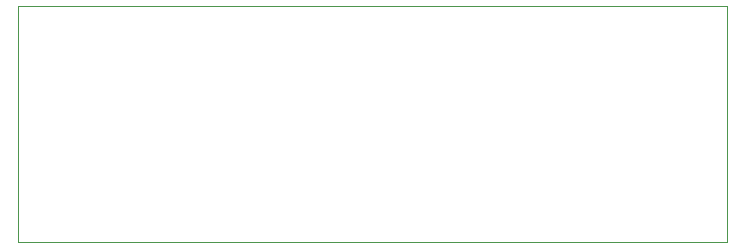
<source format=gbr>
%TF.GenerationSoftware,KiCad,Pcbnew,(5.1.6)-1*%
%TF.CreationDate,2020-12-19T18:50:18-05:00*%
%TF.ProjectId,driver_RGB,64726976-6572-45f5-9247-422e6b696361,rev?*%
%TF.SameCoordinates,Original*%
%TF.FileFunction,Profile,NP*%
%FSLAX46Y46*%
G04 Gerber Fmt 4.6, Leading zero omitted, Abs format (unit mm)*
G04 Created by KiCad (PCBNEW (5.1.6)-1) date 2020-12-19 18:50:18*
%MOMM*%
%LPD*%
G01*
G04 APERTURE LIST*
%TA.AperFunction,Profile*%
%ADD10C,0.050000*%
%TD*%
G04 APERTURE END LIST*
D10*
X103000000Y-79500000D02*
X163000000Y-79500000D01*
X103000000Y-99500000D02*
X103000000Y-79500000D01*
X163000000Y-99500000D02*
X103000000Y-99500000D01*
X163000000Y-79500000D02*
X163000000Y-99500000D01*
M02*

</source>
